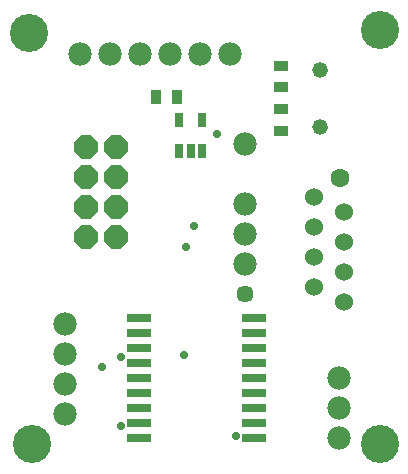
<source format=gts>
G75*
%MOIN*%
%OFA0B0*%
%FSLAX24Y24*%
%IPPOS*%
%LPD*%
%AMOC8*
5,1,8,0,0,1.08239X$1,22.5*
%
%ADD10R,0.0512X0.0355*%
%ADD11C,0.0520*%
%ADD12R,0.0840X0.0300*%
%ADD13C,0.0780*%
%ADD14C,0.0571*%
%ADD15OC8,0.0780*%
%ADD16C,0.0600*%
%ADD17C,0.0631*%
%ADD18R,0.0257X0.0512*%
%ADD19R,0.0355X0.0512*%
%ADD20C,0.0276*%
%ADD21C,0.1267*%
D10*
X013410Y016261D03*
X013410Y016969D03*
X013400Y017711D03*
X013400Y018419D03*
D11*
X014690Y018275D03*
X014690Y016375D03*
D12*
X012510Y010015D03*
X012510Y009515D03*
X012510Y009015D03*
X012510Y008515D03*
X012510Y008015D03*
X012510Y007515D03*
X012510Y007015D03*
X012510Y006515D03*
X012510Y006015D03*
X008650Y006015D03*
X008650Y006515D03*
X008650Y007015D03*
X008650Y007515D03*
X008650Y008015D03*
X008650Y008515D03*
X008650Y009015D03*
X008650Y009515D03*
X008650Y010015D03*
D13*
X006190Y009825D03*
X006190Y008825D03*
X006190Y007825D03*
X006190Y006825D03*
X012190Y011825D03*
X012190Y012825D03*
X012190Y013825D03*
X012190Y015825D03*
X011690Y018825D03*
X010690Y018825D03*
X009690Y018825D03*
X008690Y018825D03*
X007690Y018825D03*
X006690Y018825D03*
X015320Y008025D03*
X015320Y007025D03*
X015320Y006025D03*
D14*
X012190Y010825D03*
D15*
X007890Y012715D03*
X007890Y013715D03*
X007890Y014715D03*
X007890Y015715D03*
X006890Y015715D03*
X006890Y014715D03*
X006890Y013715D03*
X006890Y012715D03*
D16*
X014500Y013045D03*
X014500Y014045D03*
X015500Y013545D03*
X015500Y012545D03*
X015500Y011545D03*
X015500Y010545D03*
X014500Y011045D03*
X014500Y012045D03*
D17*
X015356Y014683D03*
D18*
X010764Y015593D03*
X010390Y015593D03*
X010015Y015593D03*
X010015Y016617D03*
X010764Y016617D03*
D19*
X009934Y017375D03*
X009225Y017375D03*
D20*
X011270Y016145D03*
X010500Y013065D03*
X010220Y012365D03*
X010150Y008795D03*
X008050Y008725D03*
X007420Y008375D03*
X008050Y006415D03*
X011900Y006065D03*
D21*
X005090Y005825D03*
X016690Y005825D03*
X016690Y019625D03*
X004990Y019525D03*
M02*

</source>
